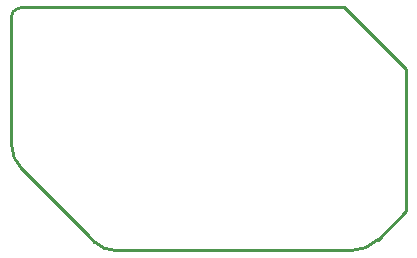
<source format=gko>
G04 Layer_Color=16711935*
%FSAX24Y24*%
%MOIN*%
G70*
G01*
G75*
%ADD18C,0.0100*%
D18*
X012650Y000100D02*
G03*
X013504Y000454I000000J001207D01*
G01*
X004067Y000383D02*
G03*
X004750Y000100I000683J000683D01*
G01*
X001300Y003650D02*
G03*
X001654Y002796I001207J000000D01*
G01*
X001359Y008059D02*
G03*
X001300Y007917I000141J-000141D01*
G01*
X001700Y008200D02*
G03*
X001359Y008059I000000J-000483D01*
G01*
X013504Y000454D02*
X014450Y001400D01*
X012600Y000100D02*
X012650D01*
X003846Y000604D02*
X004067Y000383D01*
X004750Y000100D02*
X012600D01*
X001654Y002796D02*
X003846Y000604D01*
X001300Y003650D02*
Y007917D01*
X014450Y001400D02*
Y006150D01*
X012400Y008200D02*
X014450Y006150D01*
X009650Y008200D02*
X012400D01*
X001700D02*
X009650D01*
M02*

</source>
